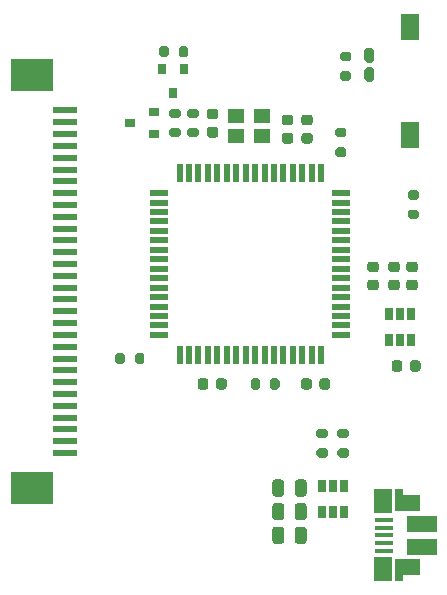
<source format=gbr>
G04 #@! TF.GenerationSoftware,KiCad,Pcbnew,(5.1.8)-1*
G04 #@! TF.CreationDate,2021-04-18T18:01:33-07:00*
G04 #@! TF.ProjectId,wired-sculpt,77697265-642d-4736-9375-6c70742e6b69,rev?*
G04 #@! TF.SameCoordinates,Original*
G04 #@! TF.FileFunction,Paste,Top*
G04 #@! TF.FilePolarity,Positive*
%FSLAX46Y46*%
G04 Gerber Fmt 4.6, Leading zero omitted, Abs format (unit mm)*
G04 Created by KiCad (PCBNEW (5.1.8)-1) date 2021-04-18 18:01:33*
%MOMM*%
%LPD*%
G01*
G04 APERTURE LIST*
%ADD10R,0.650000X1.060000*%
%ADD11R,1.500000X0.550000*%
%ADD12R,0.550000X1.500000*%
%ADD13R,2.000000X0.610000*%
%ADD14R,3.600000X2.680000*%
%ADD15R,2.000000X1.350000*%
%ADD16R,0.700000X1.825000*%
%ADD17R,1.500000X2.000000*%
%ADD18R,1.650000X0.400000*%
%ADD19R,2.500000X1.430000*%
%ADD20R,1.600000X2.180000*%
%ADD21R,1.400000X1.200000*%
%ADD22R,0.800000X0.900000*%
%ADD23R,0.900000X0.800000*%
G04 APERTURE END LIST*
G04 #@! TO.C,C8*
G36*
G01*
X146897000Y-39354000D02*
X147397000Y-39354000D01*
G75*
G02*
X147622000Y-39579000I0J-225000D01*
G01*
X147622000Y-40029000D01*
G75*
G02*
X147397000Y-40254000I-225000J0D01*
G01*
X146897000Y-40254000D01*
G75*
G02*
X146672000Y-40029000I0J225000D01*
G01*
X146672000Y-39579000D01*
G75*
G02*
X146897000Y-39354000I225000J0D01*
G01*
G37*
G36*
G01*
X146897000Y-40904000D02*
X147397000Y-40904000D01*
G75*
G02*
X147622000Y-41129000I0J-225000D01*
G01*
X147622000Y-41579000D01*
G75*
G02*
X147397000Y-41804000I-225000J0D01*
G01*
X146897000Y-41804000D01*
G75*
G02*
X146672000Y-41579000I0J225000D01*
G01*
X146672000Y-41129000D01*
G75*
G02*
X146897000Y-40904000I225000J0D01*
G01*
G37*
G04 #@! TD*
G04 #@! TO.C,C12*
G36*
G01*
X141995000Y-61906000D02*
X141995000Y-62406000D01*
G75*
G02*
X141770000Y-62631000I-225000J0D01*
G01*
X141320000Y-62631000D01*
G75*
G02*
X141095000Y-62406000I0J225000D01*
G01*
X141095000Y-61906000D01*
G75*
G02*
X141320000Y-61681000I225000J0D01*
G01*
X141770000Y-61681000D01*
G75*
G02*
X141995000Y-61906000I0J-225000D01*
G01*
G37*
G36*
G01*
X140445000Y-61906000D02*
X140445000Y-62406000D01*
G75*
G02*
X140220000Y-62631000I-225000J0D01*
G01*
X139770000Y-62631000D01*
G75*
G02*
X139545000Y-62406000I0J225000D01*
G01*
X139545000Y-61906000D01*
G75*
G02*
X139770000Y-61681000I225000J0D01*
G01*
X140220000Y-61681000D01*
G75*
G02*
X140445000Y-61906000I0J-225000D01*
G01*
G37*
G04 #@! TD*
G04 #@! TO.C,R9*
G36*
G01*
X152342000Y-36482000D02*
X151792000Y-36482000D01*
G75*
G02*
X151592000Y-36282000I0J200000D01*
G01*
X151592000Y-35882000D01*
G75*
G02*
X151792000Y-35682000I200000J0D01*
G01*
X152342000Y-35682000D01*
G75*
G02*
X152542000Y-35882000I0J-200000D01*
G01*
X152542000Y-36282000D01*
G75*
G02*
X152342000Y-36482000I-200000J0D01*
G01*
G37*
G36*
G01*
X152342000Y-34832000D02*
X151792000Y-34832000D01*
G75*
G02*
X151592000Y-34632000I0J200000D01*
G01*
X151592000Y-34232000D01*
G75*
G02*
X151792000Y-34032000I200000J0D01*
G01*
X152342000Y-34032000D01*
G75*
G02*
X152542000Y-34232000I0J-200000D01*
G01*
X152542000Y-34632000D01*
G75*
G02*
X152342000Y-34832000I-200000J0D01*
G01*
G37*
G04 #@! TD*
G04 #@! TO.C,C3*
G36*
G01*
X145858000Y-71444000D02*
X145858000Y-70494000D01*
G75*
G02*
X146108000Y-70244000I250000J0D01*
G01*
X146608000Y-70244000D01*
G75*
G02*
X146858000Y-70494000I0J-250000D01*
G01*
X146858000Y-71444000D01*
G75*
G02*
X146608000Y-71694000I-250000J0D01*
G01*
X146108000Y-71694000D01*
G75*
G02*
X145858000Y-71444000I0J250000D01*
G01*
G37*
G36*
G01*
X147758000Y-71444000D02*
X147758000Y-70494000D01*
G75*
G02*
X148008000Y-70244000I250000J0D01*
G01*
X148508000Y-70244000D01*
G75*
G02*
X148758000Y-70494000I0J-250000D01*
G01*
X148758000Y-71444000D01*
G75*
G02*
X148508000Y-71694000I-250000J0D01*
G01*
X148008000Y-71694000D01*
G75*
G02*
X147758000Y-71444000I0J250000D01*
G01*
G37*
G04 #@! TD*
D10*
G04 #@! TO.C,U1*
X150050000Y-73000000D03*
X151000000Y-73000000D03*
X151950000Y-73000000D03*
X151950000Y-70800000D03*
X150050000Y-70800000D03*
X151000000Y-70800000D03*
G04 #@! TD*
D11*
G04 #@! TO.C,U3*
X151700000Y-58000000D03*
X151700000Y-57200000D03*
X151700000Y-56400000D03*
X151700000Y-55600000D03*
X151700000Y-54800000D03*
X151700000Y-54000000D03*
X151700000Y-53200000D03*
X151700000Y-52400000D03*
X151700000Y-51600000D03*
X151700000Y-50800000D03*
X151700000Y-50000000D03*
X151700000Y-49200000D03*
X151700000Y-48400000D03*
X151700000Y-47600000D03*
X151700000Y-46800000D03*
X151700000Y-46000000D03*
D12*
X150000000Y-44300000D03*
X149200000Y-44300000D03*
X148400000Y-44300000D03*
X147600000Y-44300000D03*
X146800000Y-44300000D03*
X146000000Y-44300000D03*
X145200000Y-44300000D03*
X144400000Y-44300000D03*
X143600000Y-44300000D03*
X142800000Y-44300000D03*
X142000000Y-44300000D03*
X141200000Y-44300000D03*
X140400000Y-44300000D03*
X139600000Y-44300000D03*
X138800000Y-44300000D03*
X138000000Y-44300000D03*
D11*
X136300000Y-46000000D03*
X136300000Y-46800000D03*
X136300000Y-47600000D03*
X136300000Y-48400000D03*
X136300000Y-49200000D03*
X136300000Y-50000000D03*
X136300000Y-50800000D03*
X136300000Y-51600000D03*
X136300000Y-52400000D03*
X136300000Y-53200000D03*
X136300000Y-54000000D03*
X136300000Y-54800000D03*
X136300000Y-55600000D03*
X136300000Y-56400000D03*
X136300000Y-57200000D03*
X136300000Y-58000000D03*
D12*
X138000000Y-59700000D03*
X138800000Y-59700000D03*
X139600000Y-59700000D03*
X140400000Y-59700000D03*
X141200000Y-59700000D03*
X142000000Y-59700000D03*
X142800000Y-59700000D03*
X143600000Y-59700000D03*
X144400000Y-59700000D03*
X145200000Y-59700000D03*
X146000000Y-59700000D03*
X146800000Y-59700000D03*
X147600000Y-59700000D03*
X148400000Y-59700000D03*
X149200000Y-59700000D03*
X150000000Y-59700000D03*
G04 #@! TD*
G04 #@! TO.C,R1*
G36*
G01*
X151571000Y-65948000D02*
X152121000Y-65948000D01*
G75*
G02*
X152321000Y-66148000I0J-200000D01*
G01*
X152321000Y-66548000D01*
G75*
G02*
X152121000Y-66748000I-200000J0D01*
G01*
X151571000Y-66748000D01*
G75*
G02*
X151371000Y-66548000I0J200000D01*
G01*
X151371000Y-66148000D01*
G75*
G02*
X151571000Y-65948000I200000J0D01*
G01*
G37*
G36*
G01*
X151571000Y-67598000D02*
X152121000Y-67598000D01*
G75*
G02*
X152321000Y-67798000I0J-200000D01*
G01*
X152321000Y-68198000D01*
G75*
G02*
X152121000Y-68398000I-200000J0D01*
G01*
X151571000Y-68398000D01*
G75*
G02*
X151371000Y-68198000I0J200000D01*
G01*
X151371000Y-67798000D01*
G75*
G02*
X151571000Y-67598000I200000J0D01*
G01*
G37*
G04 #@! TD*
D13*
G04 #@! TO.C,J2*
X128300000Y-39000000D03*
X128300000Y-40000000D03*
X128300000Y-41000000D03*
X128300000Y-42000000D03*
X128300000Y-43000000D03*
X128300000Y-44000000D03*
X128300000Y-45000000D03*
X128300000Y-46000000D03*
X128300000Y-47000000D03*
X128300000Y-48000000D03*
X128300000Y-49000000D03*
X128300000Y-50000000D03*
X128300000Y-51000000D03*
X128300000Y-52000000D03*
X128300000Y-53000000D03*
X128300000Y-54000000D03*
X128300000Y-55000000D03*
X128300000Y-56000000D03*
X128300000Y-57000000D03*
X128300000Y-58000000D03*
X128300000Y-59000000D03*
X128300000Y-60000000D03*
X128300000Y-61000000D03*
X128300000Y-62000000D03*
X128300000Y-63000000D03*
X128300000Y-64000000D03*
X128300000Y-65000000D03*
X128300000Y-66000000D03*
X128300000Y-67000000D03*
X128300000Y-68000000D03*
D14*
X125500000Y-36010000D03*
X125500000Y-70990000D03*
G04 #@! TD*
G04 #@! TO.C,C7*
G36*
G01*
X141047000Y-39746000D02*
X140547000Y-39746000D01*
G75*
G02*
X140322000Y-39521000I0J225000D01*
G01*
X140322000Y-39071000D01*
G75*
G02*
X140547000Y-38846000I225000J0D01*
G01*
X141047000Y-38846000D01*
G75*
G02*
X141272000Y-39071000I0J-225000D01*
G01*
X141272000Y-39521000D01*
G75*
G02*
X141047000Y-39746000I-225000J0D01*
G01*
G37*
G36*
G01*
X141047000Y-41296000D02*
X140547000Y-41296000D01*
G75*
G02*
X140322000Y-41071000I0J225000D01*
G01*
X140322000Y-40621000D01*
G75*
G02*
X140547000Y-40396000I225000J0D01*
G01*
X141047000Y-40396000D01*
G75*
G02*
X141272000Y-40621000I0J-225000D01*
G01*
X141272000Y-41071000D01*
G75*
G02*
X141047000Y-41296000I-225000J0D01*
G01*
G37*
G04 #@! TD*
G04 #@! TO.C,C9*
G36*
G01*
X154136000Y-51787000D02*
X154636000Y-51787000D01*
G75*
G02*
X154861000Y-52012000I0J-225000D01*
G01*
X154861000Y-52462000D01*
G75*
G02*
X154636000Y-52687000I-225000J0D01*
G01*
X154136000Y-52687000D01*
G75*
G02*
X153911000Y-52462000I0J225000D01*
G01*
X153911000Y-52012000D01*
G75*
G02*
X154136000Y-51787000I225000J0D01*
G01*
G37*
G36*
G01*
X154136000Y-53337000D02*
X154636000Y-53337000D01*
G75*
G02*
X154861000Y-53562000I0J-225000D01*
G01*
X154861000Y-54012000D01*
G75*
G02*
X154636000Y-54237000I-225000J0D01*
G01*
X154136000Y-54237000D01*
G75*
G02*
X153911000Y-54012000I0J225000D01*
G01*
X153911000Y-53562000D01*
G75*
G02*
X154136000Y-53337000I225000J0D01*
G01*
G37*
G04 #@! TD*
G04 #@! TO.C,D1*
G36*
G01*
X154279500Y-36569500D02*
X153854500Y-36569500D01*
G75*
G02*
X153642000Y-36357000I0J212500D01*
G01*
X153642000Y-35557000D01*
G75*
G02*
X153854500Y-35344500I212500J0D01*
G01*
X154279500Y-35344500D01*
G75*
G02*
X154492000Y-35557000I0J-212500D01*
G01*
X154492000Y-36357000D01*
G75*
G02*
X154279500Y-36569500I-212500J0D01*
G01*
G37*
G36*
G01*
X154279500Y-34944500D02*
X153854500Y-34944500D01*
G75*
G02*
X153642000Y-34732000I0J212500D01*
G01*
X153642000Y-33932000D01*
G75*
G02*
X153854500Y-33719500I212500J0D01*
G01*
X154279500Y-33719500D01*
G75*
G02*
X154492000Y-33932000I0J-212500D01*
G01*
X154492000Y-34732000D01*
G75*
G02*
X154279500Y-34944500I-212500J0D01*
G01*
G37*
G04 #@! TD*
D15*
G04 #@! TO.C,J1*
X157300000Y-72210000D03*
X157300000Y-77690000D03*
D16*
X156550000Y-77910000D03*
X156550000Y-71960000D03*
D17*
X155250000Y-77810000D03*
X155230000Y-72060000D03*
D18*
X155350000Y-76260000D03*
X155350000Y-75610000D03*
X155350000Y-74960000D03*
X155350000Y-74310000D03*
X155350000Y-73660000D03*
D19*
X158500000Y-75920000D03*
X158500000Y-74000000D03*
G04 #@! TD*
G04 #@! TO.C,R2*
G36*
G01*
X149793000Y-67598000D02*
X150343000Y-67598000D01*
G75*
G02*
X150543000Y-67798000I0J-200000D01*
G01*
X150543000Y-68198000D01*
G75*
G02*
X150343000Y-68398000I-200000J0D01*
G01*
X149793000Y-68398000D01*
G75*
G02*
X149593000Y-68198000I0J200000D01*
G01*
X149593000Y-67798000D01*
G75*
G02*
X149793000Y-67598000I200000J0D01*
G01*
G37*
G36*
G01*
X149793000Y-65948000D02*
X150343000Y-65948000D01*
G75*
G02*
X150543000Y-66148000I0J-200000D01*
G01*
X150543000Y-66548000D01*
G75*
G02*
X150343000Y-66748000I-200000J0D01*
G01*
X149793000Y-66748000D01*
G75*
G02*
X149593000Y-66548000I0J200000D01*
G01*
X149593000Y-66148000D01*
G75*
G02*
X149793000Y-65948000I200000J0D01*
G01*
G37*
G04 #@! TD*
D20*
G04 #@! TO.C,SW1*
X157500000Y-31910000D03*
X157500000Y-41090000D03*
G04 #@! TD*
D21*
G04 #@! TO.C,Y1*
X142808500Y-41162000D03*
X145008500Y-41162000D03*
X145008500Y-39462000D03*
X142808500Y-39462000D03*
G04 #@! TD*
G04 #@! TO.C,R3*
G36*
G01*
X135025000Y-59725000D02*
X135025000Y-60275000D01*
G75*
G02*
X134825000Y-60475000I-200000J0D01*
G01*
X134425000Y-60475000D01*
G75*
G02*
X134225000Y-60275000I0J200000D01*
G01*
X134225000Y-59725000D01*
G75*
G02*
X134425000Y-59525000I200000J0D01*
G01*
X134825000Y-59525000D01*
G75*
G02*
X135025000Y-59725000I0J-200000D01*
G01*
G37*
G36*
G01*
X133375000Y-59725000D02*
X133375000Y-60275000D01*
G75*
G02*
X133175000Y-60475000I-200000J0D01*
G01*
X132775000Y-60475000D01*
G75*
G02*
X132575000Y-60275000I0J200000D01*
G01*
X132575000Y-59725000D01*
G75*
G02*
X132775000Y-59525000I200000J0D01*
G01*
X133175000Y-59525000D01*
G75*
G02*
X133375000Y-59725000I0J-200000D01*
G01*
G37*
G04 #@! TD*
G04 #@! TO.C,R10*
G36*
G01*
X158075000Y-48200000D02*
X157525000Y-48200000D01*
G75*
G02*
X157325000Y-48000000I0J200000D01*
G01*
X157325000Y-47600000D01*
G75*
G02*
X157525000Y-47400000I200000J0D01*
G01*
X158075000Y-47400000D01*
G75*
G02*
X158275000Y-47600000I0J-200000D01*
G01*
X158275000Y-48000000D01*
G75*
G02*
X158075000Y-48200000I-200000J0D01*
G01*
G37*
G36*
G01*
X158075000Y-46550000D02*
X157525000Y-46550000D01*
G75*
G02*
X157325000Y-46350000I0J200000D01*
G01*
X157325000Y-45950000D01*
G75*
G02*
X157525000Y-45750000I200000J0D01*
G01*
X158075000Y-45750000D01*
G75*
G02*
X158275000Y-45950000I0J-200000D01*
G01*
X158275000Y-46350000D01*
G75*
G02*
X158075000Y-46550000I-200000J0D01*
G01*
G37*
G04 #@! TD*
G04 #@! TO.C,C1*
G36*
G01*
X145858000Y-75444000D02*
X145858000Y-74494000D01*
G75*
G02*
X146108000Y-74244000I250000J0D01*
G01*
X146608000Y-74244000D01*
G75*
G02*
X146858000Y-74494000I0J-250000D01*
G01*
X146858000Y-75444000D01*
G75*
G02*
X146608000Y-75694000I-250000J0D01*
G01*
X146108000Y-75694000D01*
G75*
G02*
X145858000Y-75444000I0J250000D01*
G01*
G37*
G36*
G01*
X147758000Y-75444000D02*
X147758000Y-74494000D01*
G75*
G02*
X148008000Y-74244000I250000J0D01*
G01*
X148508000Y-74244000D01*
G75*
G02*
X148758000Y-74494000I0J-250000D01*
G01*
X148758000Y-75444000D01*
G75*
G02*
X148508000Y-75694000I-250000J0D01*
G01*
X148008000Y-75694000D01*
G75*
G02*
X147758000Y-75444000I0J250000D01*
G01*
G37*
G04 #@! TD*
G04 #@! TO.C,C2*
G36*
G01*
X147758000Y-73444000D02*
X147758000Y-72494000D01*
G75*
G02*
X148008000Y-72244000I250000J0D01*
G01*
X148508000Y-72244000D01*
G75*
G02*
X148758000Y-72494000I0J-250000D01*
G01*
X148758000Y-73444000D01*
G75*
G02*
X148508000Y-73694000I-250000J0D01*
G01*
X148008000Y-73694000D01*
G75*
G02*
X147758000Y-73444000I0J250000D01*
G01*
G37*
G36*
G01*
X145858000Y-73444000D02*
X145858000Y-72494000D01*
G75*
G02*
X146108000Y-72244000I250000J0D01*
G01*
X146608000Y-72244000D01*
G75*
G02*
X146858000Y-72494000I0J-250000D01*
G01*
X146858000Y-73444000D01*
G75*
G02*
X146608000Y-73694000I-250000J0D01*
G01*
X146108000Y-73694000D01*
G75*
G02*
X145858000Y-73444000I0J250000D01*
G01*
G37*
G04 #@! TD*
G04 #@! TO.C,R4*
G36*
G01*
X146467000Y-61881000D02*
X146467000Y-62431000D01*
G75*
G02*
X146267000Y-62631000I-200000J0D01*
G01*
X145867000Y-62631000D01*
G75*
G02*
X145667000Y-62431000I0J200000D01*
G01*
X145667000Y-61881000D01*
G75*
G02*
X145867000Y-61681000I200000J0D01*
G01*
X146267000Y-61681000D01*
G75*
G02*
X146467000Y-61881000I0J-200000D01*
G01*
G37*
G36*
G01*
X144817000Y-61881000D02*
X144817000Y-62431000D01*
G75*
G02*
X144617000Y-62631000I-200000J0D01*
G01*
X144217000Y-62631000D01*
G75*
G02*
X144017000Y-62431000I0J200000D01*
G01*
X144017000Y-61881000D01*
G75*
G02*
X144217000Y-61681000I200000J0D01*
G01*
X144617000Y-61681000D01*
G75*
G02*
X144817000Y-61881000I0J-200000D01*
G01*
G37*
G04 #@! TD*
G04 #@! TO.C,C11*
G36*
G01*
X149845000Y-62406000D02*
X149845000Y-61906000D01*
G75*
G02*
X150070000Y-61681000I225000J0D01*
G01*
X150520000Y-61681000D01*
G75*
G02*
X150745000Y-61906000I0J-225000D01*
G01*
X150745000Y-62406000D01*
G75*
G02*
X150520000Y-62631000I-225000J0D01*
G01*
X150070000Y-62631000D01*
G75*
G02*
X149845000Y-62406000I0J225000D01*
G01*
G37*
G36*
G01*
X148295000Y-62406000D02*
X148295000Y-61906000D01*
G75*
G02*
X148520000Y-61681000I225000J0D01*
G01*
X148970000Y-61681000D01*
G75*
G02*
X149195000Y-61906000I0J-225000D01*
G01*
X149195000Y-62406000D01*
G75*
G02*
X148970000Y-62631000I-225000J0D01*
G01*
X148520000Y-62631000D01*
G75*
G02*
X148295000Y-62406000I0J225000D01*
G01*
G37*
G04 #@! TD*
G04 #@! TO.C,C10*
G36*
G01*
X149048000Y-41804000D02*
X148548000Y-41804000D01*
G75*
G02*
X148323000Y-41579000I0J225000D01*
G01*
X148323000Y-41129000D01*
G75*
G02*
X148548000Y-40904000I225000J0D01*
G01*
X149048000Y-40904000D01*
G75*
G02*
X149273000Y-41129000I0J-225000D01*
G01*
X149273000Y-41579000D01*
G75*
G02*
X149048000Y-41804000I-225000J0D01*
G01*
G37*
G36*
G01*
X149048000Y-40254000D02*
X148548000Y-40254000D01*
G75*
G02*
X148323000Y-40029000I0J225000D01*
G01*
X148323000Y-39579000D01*
G75*
G02*
X148548000Y-39354000I225000J0D01*
G01*
X149048000Y-39354000D01*
G75*
G02*
X149273000Y-39579000I0J-225000D01*
G01*
X149273000Y-40029000D01*
G75*
G02*
X149048000Y-40254000I-225000J0D01*
G01*
G37*
G04 #@! TD*
G04 #@! TO.C,C4*
G36*
G01*
X155955000Y-60882000D02*
X155955000Y-60382000D01*
G75*
G02*
X156180000Y-60157000I225000J0D01*
G01*
X156630000Y-60157000D01*
G75*
G02*
X156855000Y-60382000I0J-225000D01*
G01*
X156855000Y-60882000D01*
G75*
G02*
X156630000Y-61107000I-225000J0D01*
G01*
X156180000Y-61107000D01*
G75*
G02*
X155955000Y-60882000I0J225000D01*
G01*
G37*
G36*
G01*
X157505000Y-60882000D02*
X157505000Y-60382000D01*
G75*
G02*
X157730000Y-60157000I225000J0D01*
G01*
X158180000Y-60157000D01*
G75*
G02*
X158405000Y-60382000I0J-225000D01*
G01*
X158405000Y-60882000D01*
G75*
G02*
X158180000Y-61107000I-225000J0D01*
G01*
X157730000Y-61107000D01*
G75*
G02*
X157505000Y-60882000I0J225000D01*
G01*
G37*
G04 #@! TD*
G04 #@! TO.C,C5*
G36*
G01*
X156414000Y-52687000D02*
X155914000Y-52687000D01*
G75*
G02*
X155689000Y-52462000I0J225000D01*
G01*
X155689000Y-52012000D01*
G75*
G02*
X155914000Y-51787000I225000J0D01*
G01*
X156414000Y-51787000D01*
G75*
G02*
X156639000Y-52012000I0J-225000D01*
G01*
X156639000Y-52462000D01*
G75*
G02*
X156414000Y-52687000I-225000J0D01*
G01*
G37*
G36*
G01*
X156414000Y-54237000D02*
X155914000Y-54237000D01*
G75*
G02*
X155689000Y-54012000I0J225000D01*
G01*
X155689000Y-53562000D01*
G75*
G02*
X155914000Y-53337000I225000J0D01*
G01*
X156414000Y-53337000D01*
G75*
G02*
X156639000Y-53562000I0J-225000D01*
G01*
X156639000Y-54012000D01*
G75*
G02*
X156414000Y-54237000I-225000J0D01*
G01*
G37*
G04 #@! TD*
G04 #@! TO.C,C6*
G36*
G01*
X157938000Y-54237000D02*
X157438000Y-54237000D01*
G75*
G02*
X157213000Y-54012000I0J225000D01*
G01*
X157213000Y-53562000D01*
G75*
G02*
X157438000Y-53337000I225000J0D01*
G01*
X157938000Y-53337000D01*
G75*
G02*
X158163000Y-53562000I0J-225000D01*
G01*
X158163000Y-54012000D01*
G75*
G02*
X157938000Y-54237000I-225000J0D01*
G01*
G37*
G36*
G01*
X157938000Y-52687000D02*
X157438000Y-52687000D01*
G75*
G02*
X157213000Y-52462000I0J225000D01*
G01*
X157213000Y-52012000D01*
G75*
G02*
X157438000Y-51787000I225000J0D01*
G01*
X157938000Y-51787000D01*
G75*
G02*
X158163000Y-52012000I0J-225000D01*
G01*
X158163000Y-52462000D01*
G75*
G02*
X157938000Y-52687000I-225000J0D01*
G01*
G37*
G04 #@! TD*
D10*
G04 #@! TO.C,U2*
X157622000Y-56230000D03*
X156672000Y-56230000D03*
X155722000Y-56230000D03*
X155722000Y-58430000D03*
X157622000Y-58430000D03*
X156672000Y-58430000D03*
G04 #@! TD*
D22*
G04 #@! TO.C,Q1*
X138384000Y-35486000D03*
X136484000Y-35486000D03*
X137434000Y-37486000D03*
G04 #@! TD*
D23*
G04 #@! TO.C,Q2*
X133828000Y-40058000D03*
X135828000Y-39108000D03*
X135828000Y-41008000D03*
G04 #@! TD*
G04 #@! TO.C,R5*
G36*
G01*
X137070500Y-33750500D02*
X137070500Y-34300500D01*
G75*
G02*
X136870500Y-34500500I-200000J0D01*
G01*
X136470500Y-34500500D01*
G75*
G02*
X136270500Y-34300500I0J200000D01*
G01*
X136270500Y-33750500D01*
G75*
G02*
X136470500Y-33550500I200000J0D01*
G01*
X136870500Y-33550500D01*
G75*
G02*
X137070500Y-33750500I0J-200000D01*
G01*
G37*
G36*
G01*
X138720500Y-33750500D02*
X138720500Y-34300500D01*
G75*
G02*
X138520500Y-34500500I-200000J0D01*
G01*
X138120500Y-34500500D01*
G75*
G02*
X137920500Y-34300500I0J200000D01*
G01*
X137920500Y-33750500D01*
G75*
G02*
X138120500Y-33550500I200000J0D01*
G01*
X138520500Y-33550500D01*
G75*
G02*
X138720500Y-33750500I0J-200000D01*
G01*
G37*
G04 #@! TD*
G04 #@! TO.C,R6*
G36*
G01*
X151380500Y-40483500D02*
X151930500Y-40483500D01*
G75*
G02*
X152130500Y-40683500I0J-200000D01*
G01*
X152130500Y-41083500D01*
G75*
G02*
X151930500Y-41283500I-200000J0D01*
G01*
X151380500Y-41283500D01*
G75*
G02*
X151180500Y-41083500I0J200000D01*
G01*
X151180500Y-40683500D01*
G75*
G02*
X151380500Y-40483500I200000J0D01*
G01*
G37*
G36*
G01*
X151380500Y-42133500D02*
X151930500Y-42133500D01*
G75*
G02*
X152130500Y-42333500I0J-200000D01*
G01*
X152130500Y-42733500D01*
G75*
G02*
X151930500Y-42933500I-200000J0D01*
G01*
X151380500Y-42933500D01*
G75*
G02*
X151180500Y-42733500I0J200000D01*
G01*
X151180500Y-42333500D01*
G75*
G02*
X151380500Y-42133500I200000J0D01*
G01*
G37*
G04 #@! TD*
G04 #@! TO.C,R7*
G36*
G01*
X137897000Y-39633000D02*
X137347000Y-39633000D01*
G75*
G02*
X137147000Y-39433000I0J200000D01*
G01*
X137147000Y-39033000D01*
G75*
G02*
X137347000Y-38833000I200000J0D01*
G01*
X137897000Y-38833000D01*
G75*
G02*
X138097000Y-39033000I0J-200000D01*
G01*
X138097000Y-39433000D01*
G75*
G02*
X137897000Y-39633000I-200000J0D01*
G01*
G37*
G36*
G01*
X137897000Y-41283000D02*
X137347000Y-41283000D01*
G75*
G02*
X137147000Y-41083000I0J200000D01*
G01*
X137147000Y-40683000D01*
G75*
G02*
X137347000Y-40483000I200000J0D01*
G01*
X137897000Y-40483000D01*
G75*
G02*
X138097000Y-40683000I0J-200000D01*
G01*
X138097000Y-41083000D01*
G75*
G02*
X137897000Y-41283000I-200000J0D01*
G01*
G37*
G04 #@! TD*
G04 #@! TO.C,R8*
G36*
G01*
X139421000Y-41283000D02*
X138871000Y-41283000D01*
G75*
G02*
X138671000Y-41083000I0J200000D01*
G01*
X138671000Y-40683000D01*
G75*
G02*
X138871000Y-40483000I200000J0D01*
G01*
X139421000Y-40483000D01*
G75*
G02*
X139621000Y-40683000I0J-200000D01*
G01*
X139621000Y-41083000D01*
G75*
G02*
X139421000Y-41283000I-200000J0D01*
G01*
G37*
G36*
G01*
X139421000Y-39633000D02*
X138871000Y-39633000D01*
G75*
G02*
X138671000Y-39433000I0J200000D01*
G01*
X138671000Y-39033000D01*
G75*
G02*
X138871000Y-38833000I200000J0D01*
G01*
X139421000Y-38833000D01*
G75*
G02*
X139621000Y-39033000I0J-200000D01*
G01*
X139621000Y-39433000D01*
G75*
G02*
X139421000Y-39633000I-200000J0D01*
G01*
G37*
G04 #@! TD*
M02*

</source>
